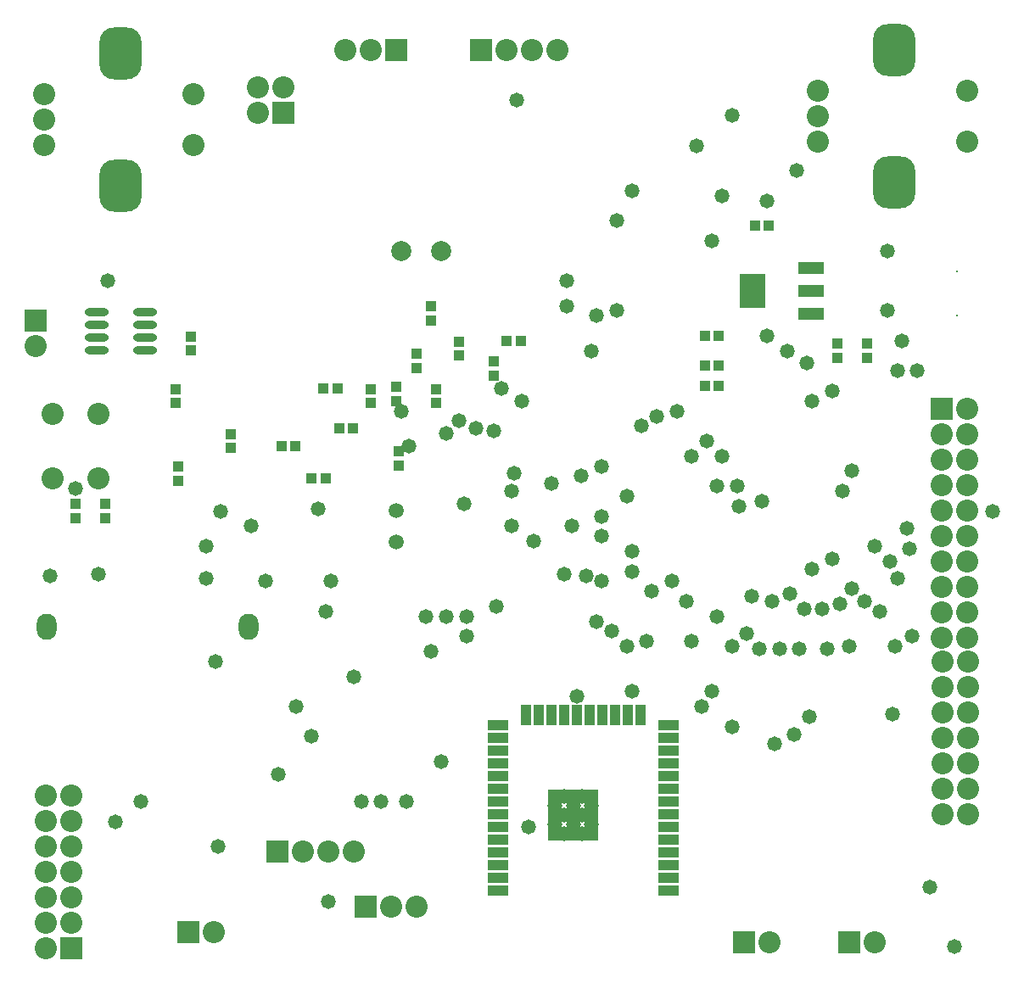
<source format=gbs>
G04 Layer_Color=16711935*
%FSLAX44Y44*%
%MOMM*%
G71*
G01*
G75*
%ADD48R,1.0532X1.0532*%
%ADD50R,1.0532X1.0532*%
%ADD58R,2.2032X2.2032*%
%ADD59C,2.2032*%
%ADD60R,2.2032X2.2032*%
%ADD61C,1.5032*%
G04:AMPARAMS|DCode=62|XSize=5.2032mm|YSize=4.2032mm|CornerRadius=1.5016mm|HoleSize=0mm|Usage=FLASHONLY|Rotation=270.000|XOffset=0mm|YOffset=0mm|HoleType=Round|Shape=RoundedRectangle|*
%AMROUNDEDRECTD62*
21,1,5.2032,1.2000,0,0,270.0*
21,1,2.2000,4.2032,0,0,270.0*
1,1,3.0032,-0.6000,-1.1000*
1,1,3.0032,-0.6000,1.1000*
1,1,3.0032,0.6000,1.1000*
1,1,3.0032,0.6000,-1.1000*
%
%ADD62ROUNDEDRECTD62*%
%ADD63C,2.0032*%
%ADD64C,0.2032*%
%ADD65O,2.0032X2.6032*%
%ADD66C,1.4732*%
%ADD67C,0.8032*%
%ADD68O,2.4032X0.8032*%
G04:AMPARAMS|DCode=69|XSize=2.1mm|YSize=1mm|CornerRadius=0.095mm|HoleSize=0mm|Usage=FLASHONLY|Rotation=180.000|XOffset=0mm|YOffset=0mm|HoleType=Round|Shape=RoundedRectangle|*
%AMROUNDEDRECTD69*
21,1,2.1000,0.8100,0,0,180.0*
21,1,1.9100,1.0000,0,0,180.0*
1,1,0.1900,-0.9550,0.4050*
1,1,0.1900,0.9550,0.4050*
1,1,0.1900,0.9550,-0.4050*
1,1,0.1900,-0.9550,-0.4050*
%
%ADD69ROUNDEDRECTD69*%
G04:AMPARAMS|DCode=70|XSize=2.1mm|YSize=1mm|CornerRadius=0.095mm|HoleSize=0mm|Usage=FLASHONLY|Rotation=90.000|XOffset=0mm|YOffset=0mm|HoleType=Round|Shape=RoundedRectangle|*
%AMROUNDEDRECTD70*
21,1,2.1000,0.8100,0,0,90.0*
21,1,1.9100,1.0000,0,0,90.0*
1,1,0.1900,0.4050,0.9550*
1,1,0.1900,0.4050,-0.9550*
1,1,0.1900,-0.4050,-0.9550*
1,1,0.1900,-0.4050,0.9550*
%
%ADD70ROUNDEDRECTD70*%
%ADD71R,1.4300X1.4300*%
%ADD72R,1.4300X1.4300*%
%ADD73R,2.1000X1.0000*%
%ADD74R,2.6032X1.2032*%
%ADD75R,2.6032X3.5032*%
D48*
X688000Y640000D02*
D03*
X702000D02*
D03*
X688000Y610000D02*
D03*
X702000D02*
D03*
X688000Y590000D02*
D03*
X702000D02*
D03*
X321500Y587500D02*
D03*
X307500D02*
D03*
X504500Y635000D02*
D03*
X490500D02*
D03*
X309500Y497500D02*
D03*
X295500D02*
D03*
X738000Y750000D02*
D03*
X752000D02*
D03*
X279500Y530000D02*
D03*
X265500D02*
D03*
X337000Y547500D02*
D03*
X323000D02*
D03*
D50*
X820000Y632000D02*
D03*
Y618000D02*
D03*
X850000Y632000D02*
D03*
Y618000D02*
D03*
X380000Y589000D02*
D03*
Y575000D02*
D03*
X420000Y573000D02*
D03*
Y587000D02*
D03*
X415000Y655500D02*
D03*
Y669500D02*
D03*
X442500Y634500D02*
D03*
Y620500D02*
D03*
X477500Y600500D02*
D03*
Y614500D02*
D03*
X382500Y510500D02*
D03*
Y524500D02*
D03*
X60000Y472000D02*
D03*
Y458000D02*
D03*
X90000D02*
D03*
Y472000D02*
D03*
X215000Y528000D02*
D03*
Y542000D02*
D03*
X162500Y495500D02*
D03*
Y509500D02*
D03*
X160000Y587000D02*
D03*
Y573000D02*
D03*
X175000Y639500D02*
D03*
Y625500D02*
D03*
X355000Y573000D02*
D03*
Y587000D02*
D03*
X400000Y622000D02*
D03*
Y608000D02*
D03*
D58*
X349600Y70000D02*
D03*
X172300Y45000D02*
D03*
X832300Y35000D02*
D03*
X727300D02*
D03*
X380400Y925000D02*
D03*
X261900Y125000D02*
D03*
X464600Y925000D02*
D03*
D59*
X375000Y70000D02*
D03*
X400400D02*
D03*
X197700Y45000D02*
D03*
X30000Y104600D02*
D03*
X55400D02*
D03*
X30000Y79200D02*
D03*
X55400D02*
D03*
X30000Y53800D02*
D03*
X55400D02*
D03*
X30000Y28400D02*
D03*
X55400Y130000D02*
D03*
X30000D02*
D03*
X55400Y155400D02*
D03*
X30000D02*
D03*
X55400Y180800D02*
D03*
X30000D02*
D03*
X857700Y35000D02*
D03*
X752700D02*
D03*
X950400Y238800D02*
D03*
X925000D02*
D03*
X950400Y264200D02*
D03*
X925000D02*
D03*
X950400Y289600D02*
D03*
X925000D02*
D03*
X950400Y315000D02*
D03*
X925000Y213400D02*
D03*
X950400D02*
D03*
X925000Y188000D02*
D03*
X950400D02*
D03*
X925000Y162600D02*
D03*
X950400D02*
D03*
X925000Y315000D02*
D03*
X800775Y885000D02*
D03*
Y859600D02*
D03*
Y834200D02*
D03*
X950000D02*
D03*
Y885000D02*
D03*
X28750Y881500D02*
D03*
Y856100D02*
D03*
Y830700D02*
D03*
X177975D02*
D03*
Y881500D02*
D03*
X950000Y338800D02*
D03*
X924600D02*
D03*
Y364200D02*
D03*
X950000D02*
D03*
Y389600D02*
D03*
X924600D02*
D03*
X950000Y415000D02*
D03*
X924600D02*
D03*
X950000Y440400D02*
D03*
X924600D02*
D03*
X950000Y465800D02*
D03*
X924600D02*
D03*
X950000Y567400D02*
D03*
X924600Y542000D02*
D03*
X950000D02*
D03*
X924600Y516600D02*
D03*
X950000D02*
D03*
X924600Y491200D02*
D03*
X950000D02*
D03*
X355000Y925000D02*
D03*
X329600D02*
D03*
X20000Y629600D02*
D03*
X312700Y125000D02*
D03*
X287300D02*
D03*
X338100D02*
D03*
X515400Y925000D02*
D03*
X490000D02*
D03*
X540800D02*
D03*
X37500Y497500D02*
D03*
X82500D02*
D03*
X37500Y562500D02*
D03*
X82500D02*
D03*
X242300Y862300D02*
D03*
Y887700D02*
D03*
X267700D02*
D03*
D60*
X55400Y28400D02*
D03*
X924600Y567400D02*
D03*
X20000Y655000D02*
D03*
X267700Y862300D02*
D03*
D61*
X380000Y465500D02*
D03*
Y434500D02*
D03*
D62*
X877025Y793500D02*
D03*
Y925500D02*
D03*
X105000Y790000D02*
D03*
Y922000D02*
D03*
D63*
X385000Y725000D02*
D03*
X425000D02*
D03*
D64*
X940000Y704000D02*
D03*
Y660000D02*
D03*
D65*
X232800Y350000D02*
D03*
X31200D02*
D03*
D66*
X937500Y30000D02*
D03*
X912500Y90000D02*
D03*
X125000Y175000D02*
D03*
X535000Y492500D02*
D03*
X202500Y130000D02*
D03*
X262500Y202500D02*
D03*
X337500Y300000D02*
D03*
X517500Y435000D02*
D03*
X312500Y75000D02*
D03*
X205000Y465000D02*
D03*
X302500Y467500D02*
D03*
X190000Y397500D02*
D03*
Y430000D02*
D03*
X35000Y400000D02*
D03*
X82500Y402500D02*
D03*
X425000Y215000D02*
D03*
X477500Y545000D02*
D03*
X975000Y465000D02*
D03*
X512500Y150000D02*
D03*
X60000Y487499D02*
D03*
X750000Y640000D02*
D03*
X790000Y612500D02*
D03*
X770000Y625000D02*
D03*
X885000Y635000D02*
D03*
X547500Y402500D02*
D03*
X92500Y695000D02*
D03*
X310000Y365000D02*
D03*
X392500Y530000D02*
D03*
X385000Y565000D02*
D03*
X485000Y587500D02*
D03*
X430000Y542500D02*
D03*
X442500Y555000D02*
D03*
X460000Y547500D02*
D03*
X495000Y485000D02*
D03*
X497500Y502500D02*
D03*
X447499Y472499D02*
D03*
X685000Y270000D02*
D03*
X695000Y285000D02*
D03*
X675000Y335000D02*
D03*
X630000D02*
D03*
X615000Y285000D02*
D03*
X560000Y280000D02*
D03*
X580000Y355000D02*
D03*
X595000Y345000D02*
D03*
X610000Y330000D02*
D03*
X585000Y395000D02*
D03*
X570000Y400000D02*
D03*
X390000Y175000D02*
D03*
X365000D02*
D03*
X345000D02*
D03*
X100000Y155000D02*
D03*
X415000Y325000D02*
D03*
X635000Y385000D02*
D03*
X615000Y405000D02*
D03*
X450000Y360000D02*
D03*
X430000D02*
D03*
X410000D02*
D03*
X480000Y370000D02*
D03*
X235000Y450000D02*
D03*
X680000Y830000D02*
D03*
X495000Y450000D02*
D03*
X870000Y665000D02*
D03*
X538300Y170825D02*
D03*
X565825Y180000D02*
D03*
X547475D02*
D03*
X556650Y170825D02*
D03*
X575000D02*
D03*
X565825Y161650D02*
D03*
X575000Y152475D02*
D03*
X556650D02*
D03*
X547475Y161650D02*
D03*
X538300Y152475D02*
D03*
X547475Y143300D02*
D03*
X565825D02*
D03*
X505000Y575000D02*
D03*
X615000Y425000D02*
D03*
X585000Y460000D02*
D03*
X655000Y395000D02*
D03*
X585000Y440000D02*
D03*
X700000Y360000D02*
D03*
X715000Y250000D02*
D03*
Y330000D02*
D03*
X585000Y510000D02*
D03*
X565000Y500000D02*
D03*
X555000Y450000D02*
D03*
X610000Y480000D02*
D03*
X705000Y520000D02*
D03*
X640000Y560000D02*
D03*
X625000Y550000D02*
D03*
X615000Y785000D02*
D03*
X705000Y780000D02*
D03*
X695000Y735000D02*
D03*
X659999Y564999D02*
D03*
X674999Y519999D02*
D03*
X689999Y534999D02*
D03*
X600000Y755000D02*
D03*
X550000Y695000D02*
D03*
X575000Y625000D02*
D03*
X550000Y670000D02*
D03*
X580000Y660000D02*
D03*
X600000Y665000D02*
D03*
X450000Y340000D02*
D03*
X295000Y240000D02*
D03*
X280000Y270000D02*
D03*
X315000Y395000D02*
D03*
X250000D02*
D03*
X200000Y315000D02*
D03*
X700000Y490000D02*
D03*
X720000D02*
D03*
X815000Y585000D02*
D03*
X750000Y775000D02*
D03*
X780000Y805000D02*
D03*
X715000Y860000D02*
D03*
X670000Y375000D02*
D03*
X795000Y575000D02*
D03*
X870000Y725000D02*
D03*
X500000Y875000D02*
D03*
X745000Y475000D02*
D03*
X880000Y605000D02*
D03*
X900000D02*
D03*
X835000Y505000D02*
D03*
X825000Y485000D02*
D03*
X772500Y382500D02*
D03*
X735000Y380000D02*
D03*
X755000Y375000D02*
D03*
X862500Y365000D02*
D03*
X722500Y470000D02*
D03*
X730000Y342500D02*
D03*
X880000Y397500D02*
D03*
X890000Y447500D02*
D03*
X892500Y427500D02*
D03*
X857500Y430000D02*
D03*
X872500Y415000D02*
D03*
X787500Y367500D02*
D03*
X847500Y375000D02*
D03*
X835000Y387500D02*
D03*
X895000Y340000D02*
D03*
X877500Y330000D02*
D03*
X742500Y327500D02*
D03*
X762500D02*
D03*
X782500D02*
D03*
X757500Y232500D02*
D03*
X777500Y242500D02*
D03*
X792500Y260000D02*
D03*
X795000Y407500D02*
D03*
X815000Y417500D02*
D03*
X805000Y367500D02*
D03*
X822500Y372500D02*
D03*
X810000Y327500D02*
D03*
X832500Y330000D02*
D03*
X875000Y262500D02*
D03*
D67*
X547475Y161650D02*
D03*
Y143300D02*
D03*
X565825D02*
D03*
X565825Y161650D02*
D03*
X547475Y180000D02*
D03*
X565825D02*
D03*
X538300Y170825D02*
D03*
Y152475D02*
D03*
X556650Y170825D02*
D03*
Y152475D02*
D03*
X575000Y170825D02*
D03*
Y152475D02*
D03*
D68*
X81000Y625950D02*
D03*
Y638650D02*
D03*
Y651350D02*
D03*
Y664050D02*
D03*
X129000Y625950D02*
D03*
Y638650D02*
D03*
Y651350D02*
D03*
Y664050D02*
D03*
D69*
X481650Y251650D02*
D03*
X651650D02*
D03*
X481650Y213550D02*
D03*
Y226250D02*
D03*
Y238950D02*
D03*
Y200850D02*
D03*
Y188150D02*
D03*
Y175450D02*
D03*
Y162750D02*
D03*
Y150050D02*
D03*
Y137350D02*
D03*
Y124650D02*
D03*
Y111950D02*
D03*
Y99250D02*
D03*
Y86550D02*
D03*
X651650Y238950D02*
D03*
Y226250D02*
D03*
Y213550D02*
D03*
Y200850D02*
D03*
Y188150D02*
D03*
D70*
X509500Y261650D02*
D03*
X623800D02*
D03*
X611100D02*
D03*
X598400D02*
D03*
X585700D02*
D03*
X573000D02*
D03*
X560300D02*
D03*
X547600D02*
D03*
X534900D02*
D03*
X522200D02*
D03*
D71*
X556650Y161650D02*
D03*
X556650Y143300D02*
D03*
Y180000D02*
D03*
X538300Y143300D02*
D03*
Y180000D02*
D03*
X575000Y143300D02*
D03*
Y180000D02*
D03*
D72*
Y161650D02*
D03*
X538300D02*
D03*
D73*
X651650Y162750D02*
D03*
Y124650D02*
D03*
Y137350D02*
D03*
Y150050D02*
D03*
Y175450D02*
D03*
Y99250D02*
D03*
Y86550D02*
D03*
Y111950D02*
D03*
D74*
X794000Y708000D02*
D03*
Y685000D02*
D03*
Y662000D02*
D03*
D75*
X736000Y685000D02*
D03*
M02*

</source>
